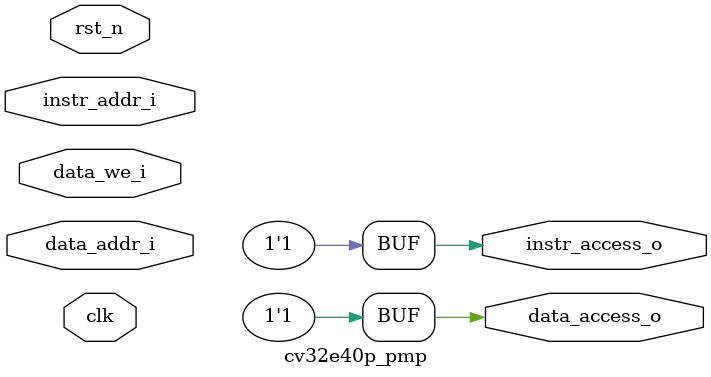
<source format=sv>
module cv32e40p_pmp #(
    parameter int PMP_NUM_REGIONS = 16
)(
    input  logic        clk,
    input  logic        rst_n,

    // Instruction fetch
    input  logic [31:0] instr_addr_i,
    output logic        instr_access_o,

    // Data access
    input  logic [31:0] data_addr_i,
    input  logic        data_we_i,
    output logic        data_access_o
);
    
    assign instr_access_o = 1'b1;
    assign data_access_o  = 1'b1;
endmodule

</source>
